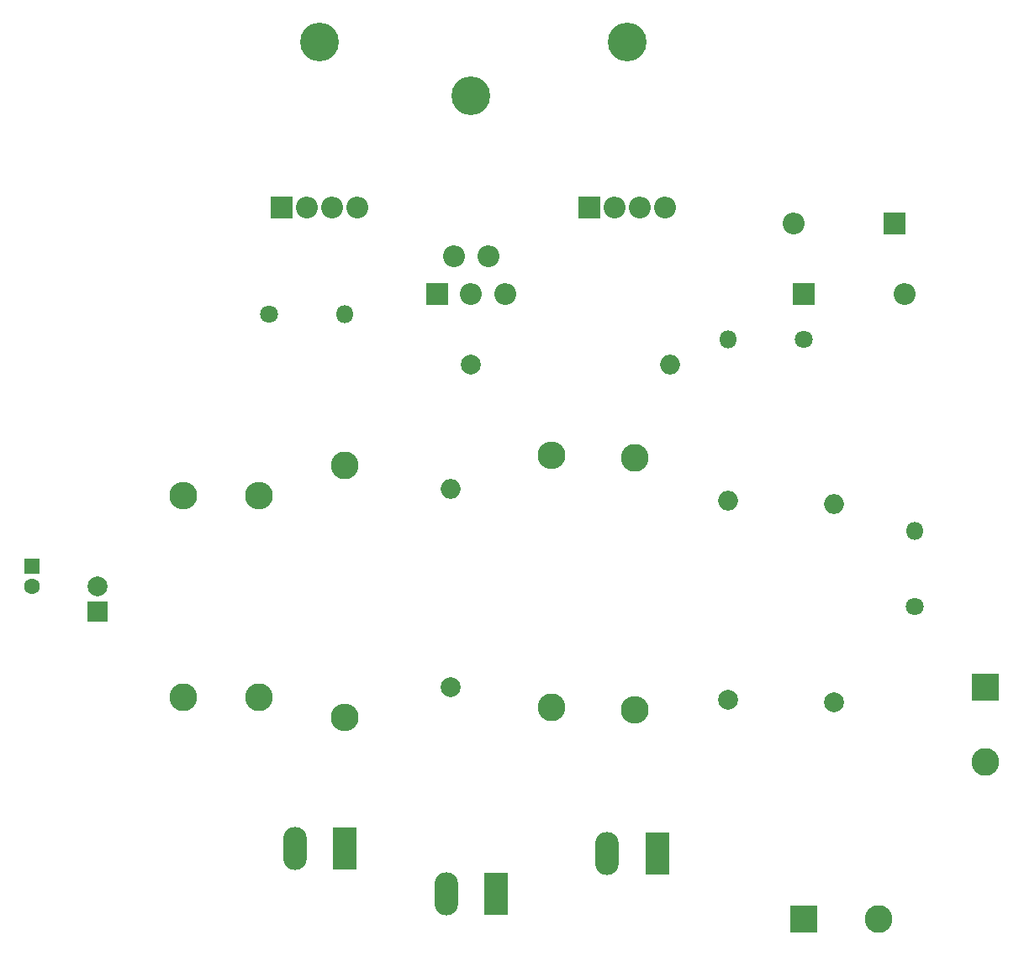
<source format=gbr>
G04 #@! TF.FileFunction,Soldermask,Top*
%FSLAX46Y46*%
G04 Gerber Fmt 4.6, Leading zero omitted, Abs format (unit mm)*
G04 Created by KiCad (PCBNEW 4.0.5) date 05/30/17 12:36:45*
%MOMM*%
%LPD*%
G01*
G04 APERTURE LIST*
%ADD10C,0.100000*%
%ADD11R,2.800000X2.800000*%
%ADD12C,2.800000*%
%ADD13O,3.900000X3.900000*%
%ADD14R,2.200000X2.200000*%
%ADD15O,2.200000X2.200000*%
%ADD16C,2.000000*%
%ADD17O,2.000000X2.000000*%
%ADD18R,2.000000X2.000000*%
%ADD19R,2.380000X4.360000*%
%ADD20O,2.380000X4.360000*%
%ADD21O,2.800000X2.800000*%
%ADD22C,1.800000*%
%ADD23O,1.800000X1.800000*%
%ADD24R,1.600000X1.600000*%
%ADD25C,1.600000*%
G04 APERTURE END LIST*
D10*
D11*
X145288000Y-121412000D03*
D12*
X152788000Y-121412000D03*
D13*
X111760000Y-38430000D03*
D14*
X108360000Y-58410000D03*
D15*
X110060000Y-54610000D03*
X111760000Y-58410000D03*
X113460000Y-54610000D03*
X115160000Y-58410000D03*
D13*
X127508000Y-33020000D03*
D14*
X123698000Y-49680000D03*
D15*
X126238000Y-49680000D03*
X128778000Y-49680000D03*
X131318000Y-49680000D03*
D16*
X109728000Y-98044000D03*
D17*
X109728000Y-78044000D03*
D18*
X74168000Y-90384000D03*
D16*
X74168000Y-87884000D03*
X137668000Y-99248000D03*
D17*
X137668000Y-79248000D03*
D16*
X111760000Y-65532000D03*
D17*
X131760000Y-65532000D03*
D16*
X148336000Y-99568000D03*
D17*
X148336000Y-79568000D03*
D11*
X163576000Y-98044000D03*
D12*
X163576000Y-105544000D03*
D14*
X145288000Y-58420000D03*
D15*
X155448000Y-58420000D03*
D14*
X154432000Y-51308000D03*
D15*
X144272000Y-51308000D03*
D19*
X99060000Y-114300000D03*
D20*
X94060000Y-114300000D03*
D19*
X114300000Y-118872000D03*
D20*
X109300000Y-118872000D03*
D19*
X130476000Y-114808000D03*
D20*
X125476000Y-114808000D03*
D13*
X96520000Y-33020000D03*
D14*
X92710000Y-49680000D03*
D15*
X95250000Y-49680000D03*
X97790000Y-49680000D03*
X100330000Y-49680000D03*
D12*
X128270000Y-74930000D03*
D21*
X128270000Y-100330000D03*
D12*
X82804000Y-99060000D03*
D21*
X82804000Y-78740000D03*
D12*
X90424000Y-99060000D03*
D21*
X90424000Y-78740000D03*
D22*
X145288000Y-62992000D03*
D23*
X137668000Y-62992000D03*
D22*
X91440000Y-60452000D03*
D23*
X99060000Y-60452000D03*
D22*
X156464000Y-89916000D03*
D23*
X156464000Y-82296000D03*
D12*
X119888000Y-100076000D03*
D21*
X119888000Y-74676000D03*
D12*
X99060000Y-75692000D03*
D21*
X99060000Y-101092000D03*
D24*
X67564000Y-85852000D03*
D25*
X67564000Y-87852000D03*
M02*

</source>
